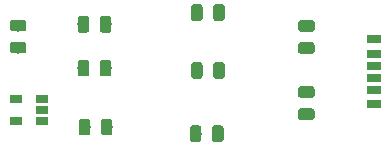
<source format=gbr>
G04 #@! TF.GenerationSoftware,KiCad,Pcbnew,(5.1.2-1)-1*
G04 #@! TF.CreationDate,2021-02-06T10:00:37+01:00*
G04 #@! TF.ProjectId,lir2450-charger,6c697232-3435-4302-9d63-686172676572,1.0.0*
G04 #@! TF.SameCoordinates,Original*
G04 #@! TF.FileFunction,Paste,Top*
G04 #@! TF.FilePolarity,Positive*
%FSLAX46Y46*%
G04 Gerber Fmt 4.6, Leading zero omitted, Abs format (unit mm)*
G04 Created by KiCad (PCBNEW (5.1.2-1)-1) date 2021-02-06 10:00:37*
%MOMM*%
%LPD*%
G04 APERTURE LIST*
%ADD10C,0.100000*%
%ADD11C,0.975000*%
%ADD12R,1.200000X0.800000*%
%ADD13R,1.060000X0.650000*%
G04 APERTURE END LIST*
D10*
G36*
X64767642Y-44001174D02*
G01*
X64791303Y-44004684D01*
X64814507Y-44010496D01*
X64837029Y-44018554D01*
X64858653Y-44028782D01*
X64879170Y-44041079D01*
X64898383Y-44055329D01*
X64916107Y-44071393D01*
X64932171Y-44089117D01*
X64946421Y-44108330D01*
X64958718Y-44128847D01*
X64968946Y-44150471D01*
X64977004Y-44172993D01*
X64982816Y-44196197D01*
X64986326Y-44219858D01*
X64987500Y-44243750D01*
X64987500Y-45156250D01*
X64986326Y-45180142D01*
X64982816Y-45203803D01*
X64977004Y-45227007D01*
X64968946Y-45249529D01*
X64958718Y-45271153D01*
X64946421Y-45291670D01*
X64932171Y-45310883D01*
X64916107Y-45328607D01*
X64898383Y-45344671D01*
X64879170Y-45358921D01*
X64858653Y-45371218D01*
X64837029Y-45381446D01*
X64814507Y-45389504D01*
X64791303Y-45395316D01*
X64767642Y-45398826D01*
X64743750Y-45400000D01*
X64256250Y-45400000D01*
X64232358Y-45398826D01*
X64208697Y-45395316D01*
X64185493Y-45389504D01*
X64162971Y-45381446D01*
X64141347Y-45371218D01*
X64120830Y-45358921D01*
X64101617Y-45344671D01*
X64083893Y-45328607D01*
X64067829Y-45310883D01*
X64053579Y-45291670D01*
X64041282Y-45271153D01*
X64031054Y-45249529D01*
X64022996Y-45227007D01*
X64017184Y-45203803D01*
X64013674Y-45180142D01*
X64012500Y-45156250D01*
X64012500Y-44243750D01*
X64013674Y-44219858D01*
X64017184Y-44196197D01*
X64022996Y-44172993D01*
X64031054Y-44150471D01*
X64041282Y-44128847D01*
X64053579Y-44108330D01*
X64067829Y-44089117D01*
X64083893Y-44071393D01*
X64101617Y-44055329D01*
X64120830Y-44041079D01*
X64141347Y-44028782D01*
X64162971Y-44018554D01*
X64185493Y-44010496D01*
X64208697Y-44004684D01*
X64232358Y-44001174D01*
X64256250Y-44000000D01*
X64743750Y-44000000D01*
X64767642Y-44001174D01*
X64767642Y-44001174D01*
G37*
D11*
X64500000Y-44700000D03*
D10*
G36*
X62892642Y-44001174D02*
G01*
X62916303Y-44004684D01*
X62939507Y-44010496D01*
X62962029Y-44018554D01*
X62983653Y-44028782D01*
X63004170Y-44041079D01*
X63023383Y-44055329D01*
X63041107Y-44071393D01*
X63057171Y-44089117D01*
X63071421Y-44108330D01*
X63083718Y-44128847D01*
X63093946Y-44150471D01*
X63102004Y-44172993D01*
X63107816Y-44196197D01*
X63111326Y-44219858D01*
X63112500Y-44243750D01*
X63112500Y-45156250D01*
X63111326Y-45180142D01*
X63107816Y-45203803D01*
X63102004Y-45227007D01*
X63093946Y-45249529D01*
X63083718Y-45271153D01*
X63071421Y-45291670D01*
X63057171Y-45310883D01*
X63041107Y-45328607D01*
X63023383Y-45344671D01*
X63004170Y-45358921D01*
X62983653Y-45371218D01*
X62962029Y-45381446D01*
X62939507Y-45389504D01*
X62916303Y-45395316D01*
X62892642Y-45398826D01*
X62868750Y-45400000D01*
X62381250Y-45400000D01*
X62357358Y-45398826D01*
X62333697Y-45395316D01*
X62310493Y-45389504D01*
X62287971Y-45381446D01*
X62266347Y-45371218D01*
X62245830Y-45358921D01*
X62226617Y-45344671D01*
X62208893Y-45328607D01*
X62192829Y-45310883D01*
X62178579Y-45291670D01*
X62166282Y-45271153D01*
X62156054Y-45249529D01*
X62147996Y-45227007D01*
X62142184Y-45203803D01*
X62138674Y-45180142D01*
X62137500Y-45156250D01*
X62137500Y-44243750D01*
X62138674Y-44219858D01*
X62142184Y-44196197D01*
X62147996Y-44172993D01*
X62156054Y-44150471D01*
X62166282Y-44128847D01*
X62178579Y-44108330D01*
X62192829Y-44089117D01*
X62208893Y-44071393D01*
X62226617Y-44055329D01*
X62245830Y-44041079D01*
X62266347Y-44028782D01*
X62287971Y-44018554D01*
X62310493Y-44010496D01*
X62333697Y-44004684D01*
X62357358Y-44001174D01*
X62381250Y-44000000D01*
X62868750Y-44000000D01*
X62892642Y-44001174D01*
X62892642Y-44001174D01*
G37*
D11*
X62625000Y-44700000D03*
D10*
G36*
X72492642Y-44201174D02*
G01*
X72516303Y-44204684D01*
X72539507Y-44210496D01*
X72562029Y-44218554D01*
X72583653Y-44228782D01*
X72604170Y-44241079D01*
X72623383Y-44255329D01*
X72641107Y-44271393D01*
X72657171Y-44289117D01*
X72671421Y-44308330D01*
X72683718Y-44328847D01*
X72693946Y-44350471D01*
X72702004Y-44372993D01*
X72707816Y-44396197D01*
X72711326Y-44419858D01*
X72712500Y-44443750D01*
X72712500Y-45356250D01*
X72711326Y-45380142D01*
X72707816Y-45403803D01*
X72702004Y-45427007D01*
X72693946Y-45449529D01*
X72683718Y-45471153D01*
X72671421Y-45491670D01*
X72657171Y-45510883D01*
X72641107Y-45528607D01*
X72623383Y-45544671D01*
X72604170Y-45558921D01*
X72583653Y-45571218D01*
X72562029Y-45581446D01*
X72539507Y-45589504D01*
X72516303Y-45595316D01*
X72492642Y-45598826D01*
X72468750Y-45600000D01*
X71981250Y-45600000D01*
X71957358Y-45598826D01*
X71933697Y-45595316D01*
X71910493Y-45589504D01*
X71887971Y-45581446D01*
X71866347Y-45571218D01*
X71845830Y-45558921D01*
X71826617Y-45544671D01*
X71808893Y-45528607D01*
X71792829Y-45510883D01*
X71778579Y-45491670D01*
X71766282Y-45471153D01*
X71756054Y-45449529D01*
X71747996Y-45427007D01*
X71742184Y-45403803D01*
X71738674Y-45380142D01*
X71737500Y-45356250D01*
X71737500Y-44443750D01*
X71738674Y-44419858D01*
X71742184Y-44396197D01*
X71747996Y-44372993D01*
X71756054Y-44350471D01*
X71766282Y-44328847D01*
X71778579Y-44308330D01*
X71792829Y-44289117D01*
X71808893Y-44271393D01*
X71826617Y-44255329D01*
X71845830Y-44241079D01*
X71866347Y-44228782D01*
X71887971Y-44218554D01*
X71910493Y-44210496D01*
X71933697Y-44204684D01*
X71957358Y-44201174D01*
X71981250Y-44200000D01*
X72468750Y-44200000D01*
X72492642Y-44201174D01*
X72492642Y-44201174D01*
G37*
D11*
X72225000Y-44900000D03*
D10*
G36*
X74367642Y-44201174D02*
G01*
X74391303Y-44204684D01*
X74414507Y-44210496D01*
X74437029Y-44218554D01*
X74458653Y-44228782D01*
X74479170Y-44241079D01*
X74498383Y-44255329D01*
X74516107Y-44271393D01*
X74532171Y-44289117D01*
X74546421Y-44308330D01*
X74558718Y-44328847D01*
X74568946Y-44350471D01*
X74577004Y-44372993D01*
X74582816Y-44396197D01*
X74586326Y-44419858D01*
X74587500Y-44443750D01*
X74587500Y-45356250D01*
X74586326Y-45380142D01*
X74582816Y-45403803D01*
X74577004Y-45427007D01*
X74568946Y-45449529D01*
X74558718Y-45471153D01*
X74546421Y-45491670D01*
X74532171Y-45510883D01*
X74516107Y-45528607D01*
X74498383Y-45544671D01*
X74479170Y-45558921D01*
X74458653Y-45571218D01*
X74437029Y-45581446D01*
X74414507Y-45589504D01*
X74391303Y-45595316D01*
X74367642Y-45598826D01*
X74343750Y-45600000D01*
X73856250Y-45600000D01*
X73832358Y-45598826D01*
X73808697Y-45595316D01*
X73785493Y-45589504D01*
X73762971Y-45581446D01*
X73741347Y-45571218D01*
X73720830Y-45558921D01*
X73701617Y-45544671D01*
X73683893Y-45528607D01*
X73667829Y-45510883D01*
X73653579Y-45491670D01*
X73641282Y-45471153D01*
X73631054Y-45449529D01*
X73622996Y-45427007D01*
X73617184Y-45403803D01*
X73613674Y-45380142D01*
X73612500Y-45356250D01*
X73612500Y-44443750D01*
X73613674Y-44419858D01*
X73617184Y-44396197D01*
X73622996Y-44372993D01*
X73631054Y-44350471D01*
X73641282Y-44328847D01*
X73653579Y-44308330D01*
X73667829Y-44289117D01*
X73683893Y-44271393D01*
X73701617Y-44255329D01*
X73720830Y-44241079D01*
X73741347Y-44228782D01*
X73762971Y-44218554D01*
X73785493Y-44210496D01*
X73808697Y-44204684D01*
X73832358Y-44201174D01*
X73856250Y-44200000D01*
X74343750Y-44200000D01*
X74367642Y-44201174D01*
X74367642Y-44201174D01*
G37*
D11*
X74100000Y-44900000D03*
D12*
X87200000Y-42250000D03*
X87200000Y-43480000D03*
X87200000Y-44500000D03*
X87200000Y-45500000D03*
X87200000Y-46520000D03*
X87200000Y-47750000D03*
D13*
X56900000Y-49200000D03*
X56900000Y-47300000D03*
X59100000Y-47300000D03*
X59100000Y-48250000D03*
X59100000Y-49200000D03*
D10*
G36*
X81980142Y-48113674D02*
G01*
X82003803Y-48117184D01*
X82027007Y-48122996D01*
X82049529Y-48131054D01*
X82071153Y-48141282D01*
X82091670Y-48153579D01*
X82110883Y-48167829D01*
X82128607Y-48183893D01*
X82144671Y-48201617D01*
X82158921Y-48220830D01*
X82171218Y-48241347D01*
X82181446Y-48262971D01*
X82189504Y-48285493D01*
X82195316Y-48308697D01*
X82198826Y-48332358D01*
X82200000Y-48356250D01*
X82200000Y-48843750D01*
X82198826Y-48867642D01*
X82195316Y-48891303D01*
X82189504Y-48914507D01*
X82181446Y-48937029D01*
X82171218Y-48958653D01*
X82158921Y-48979170D01*
X82144671Y-48998383D01*
X82128607Y-49016107D01*
X82110883Y-49032171D01*
X82091670Y-49046421D01*
X82071153Y-49058718D01*
X82049529Y-49068946D01*
X82027007Y-49077004D01*
X82003803Y-49082816D01*
X81980142Y-49086326D01*
X81956250Y-49087500D01*
X81043750Y-49087500D01*
X81019858Y-49086326D01*
X80996197Y-49082816D01*
X80972993Y-49077004D01*
X80950471Y-49068946D01*
X80928847Y-49058718D01*
X80908330Y-49046421D01*
X80889117Y-49032171D01*
X80871393Y-49016107D01*
X80855329Y-48998383D01*
X80841079Y-48979170D01*
X80828782Y-48958653D01*
X80818554Y-48937029D01*
X80810496Y-48914507D01*
X80804684Y-48891303D01*
X80801174Y-48867642D01*
X80800000Y-48843750D01*
X80800000Y-48356250D01*
X80801174Y-48332358D01*
X80804684Y-48308697D01*
X80810496Y-48285493D01*
X80818554Y-48262971D01*
X80828782Y-48241347D01*
X80841079Y-48220830D01*
X80855329Y-48201617D01*
X80871393Y-48183893D01*
X80889117Y-48167829D01*
X80908330Y-48153579D01*
X80928847Y-48141282D01*
X80950471Y-48131054D01*
X80972993Y-48122996D01*
X80996197Y-48117184D01*
X81019858Y-48113674D01*
X81043750Y-48112500D01*
X81956250Y-48112500D01*
X81980142Y-48113674D01*
X81980142Y-48113674D01*
G37*
D11*
X81500000Y-48600000D03*
D10*
G36*
X81980142Y-46238674D02*
G01*
X82003803Y-46242184D01*
X82027007Y-46247996D01*
X82049529Y-46256054D01*
X82071153Y-46266282D01*
X82091670Y-46278579D01*
X82110883Y-46292829D01*
X82128607Y-46308893D01*
X82144671Y-46326617D01*
X82158921Y-46345830D01*
X82171218Y-46366347D01*
X82181446Y-46387971D01*
X82189504Y-46410493D01*
X82195316Y-46433697D01*
X82198826Y-46457358D01*
X82200000Y-46481250D01*
X82200000Y-46968750D01*
X82198826Y-46992642D01*
X82195316Y-47016303D01*
X82189504Y-47039507D01*
X82181446Y-47062029D01*
X82171218Y-47083653D01*
X82158921Y-47104170D01*
X82144671Y-47123383D01*
X82128607Y-47141107D01*
X82110883Y-47157171D01*
X82091670Y-47171421D01*
X82071153Y-47183718D01*
X82049529Y-47193946D01*
X82027007Y-47202004D01*
X82003803Y-47207816D01*
X81980142Y-47211326D01*
X81956250Y-47212500D01*
X81043750Y-47212500D01*
X81019858Y-47211326D01*
X80996197Y-47207816D01*
X80972993Y-47202004D01*
X80950471Y-47193946D01*
X80928847Y-47183718D01*
X80908330Y-47171421D01*
X80889117Y-47157171D01*
X80871393Y-47141107D01*
X80855329Y-47123383D01*
X80841079Y-47104170D01*
X80828782Y-47083653D01*
X80818554Y-47062029D01*
X80810496Y-47039507D01*
X80804684Y-47016303D01*
X80801174Y-46992642D01*
X80800000Y-46968750D01*
X80800000Y-46481250D01*
X80801174Y-46457358D01*
X80804684Y-46433697D01*
X80810496Y-46410493D01*
X80818554Y-46387971D01*
X80828782Y-46366347D01*
X80841079Y-46345830D01*
X80855329Y-46326617D01*
X80871393Y-46308893D01*
X80889117Y-46292829D01*
X80908330Y-46278579D01*
X80928847Y-46266282D01*
X80950471Y-46256054D01*
X80972993Y-46247996D01*
X80996197Y-46242184D01*
X81019858Y-46238674D01*
X81043750Y-46237500D01*
X81956250Y-46237500D01*
X81980142Y-46238674D01*
X81980142Y-46238674D01*
G37*
D11*
X81500000Y-46725000D03*
D10*
G36*
X81980142Y-40638674D02*
G01*
X82003803Y-40642184D01*
X82027007Y-40647996D01*
X82049529Y-40656054D01*
X82071153Y-40666282D01*
X82091670Y-40678579D01*
X82110883Y-40692829D01*
X82128607Y-40708893D01*
X82144671Y-40726617D01*
X82158921Y-40745830D01*
X82171218Y-40766347D01*
X82181446Y-40787971D01*
X82189504Y-40810493D01*
X82195316Y-40833697D01*
X82198826Y-40857358D01*
X82200000Y-40881250D01*
X82200000Y-41368750D01*
X82198826Y-41392642D01*
X82195316Y-41416303D01*
X82189504Y-41439507D01*
X82181446Y-41462029D01*
X82171218Y-41483653D01*
X82158921Y-41504170D01*
X82144671Y-41523383D01*
X82128607Y-41541107D01*
X82110883Y-41557171D01*
X82091670Y-41571421D01*
X82071153Y-41583718D01*
X82049529Y-41593946D01*
X82027007Y-41602004D01*
X82003803Y-41607816D01*
X81980142Y-41611326D01*
X81956250Y-41612500D01*
X81043750Y-41612500D01*
X81019858Y-41611326D01*
X80996197Y-41607816D01*
X80972993Y-41602004D01*
X80950471Y-41593946D01*
X80928847Y-41583718D01*
X80908330Y-41571421D01*
X80889117Y-41557171D01*
X80871393Y-41541107D01*
X80855329Y-41523383D01*
X80841079Y-41504170D01*
X80828782Y-41483653D01*
X80818554Y-41462029D01*
X80810496Y-41439507D01*
X80804684Y-41416303D01*
X80801174Y-41392642D01*
X80800000Y-41368750D01*
X80800000Y-40881250D01*
X80801174Y-40857358D01*
X80804684Y-40833697D01*
X80810496Y-40810493D01*
X80818554Y-40787971D01*
X80828782Y-40766347D01*
X80841079Y-40745830D01*
X80855329Y-40726617D01*
X80871393Y-40708893D01*
X80889117Y-40692829D01*
X80908330Y-40678579D01*
X80928847Y-40666282D01*
X80950471Y-40656054D01*
X80972993Y-40647996D01*
X80996197Y-40642184D01*
X81019858Y-40638674D01*
X81043750Y-40637500D01*
X81956250Y-40637500D01*
X81980142Y-40638674D01*
X81980142Y-40638674D01*
G37*
D11*
X81500000Y-41125000D03*
D10*
G36*
X81980142Y-42513674D02*
G01*
X82003803Y-42517184D01*
X82027007Y-42522996D01*
X82049529Y-42531054D01*
X82071153Y-42541282D01*
X82091670Y-42553579D01*
X82110883Y-42567829D01*
X82128607Y-42583893D01*
X82144671Y-42601617D01*
X82158921Y-42620830D01*
X82171218Y-42641347D01*
X82181446Y-42662971D01*
X82189504Y-42685493D01*
X82195316Y-42708697D01*
X82198826Y-42732358D01*
X82200000Y-42756250D01*
X82200000Y-43243750D01*
X82198826Y-43267642D01*
X82195316Y-43291303D01*
X82189504Y-43314507D01*
X82181446Y-43337029D01*
X82171218Y-43358653D01*
X82158921Y-43379170D01*
X82144671Y-43398383D01*
X82128607Y-43416107D01*
X82110883Y-43432171D01*
X82091670Y-43446421D01*
X82071153Y-43458718D01*
X82049529Y-43468946D01*
X82027007Y-43477004D01*
X82003803Y-43482816D01*
X81980142Y-43486326D01*
X81956250Y-43487500D01*
X81043750Y-43487500D01*
X81019858Y-43486326D01*
X80996197Y-43482816D01*
X80972993Y-43477004D01*
X80950471Y-43468946D01*
X80928847Y-43458718D01*
X80908330Y-43446421D01*
X80889117Y-43432171D01*
X80871393Y-43416107D01*
X80855329Y-43398383D01*
X80841079Y-43379170D01*
X80828782Y-43358653D01*
X80818554Y-43337029D01*
X80810496Y-43314507D01*
X80804684Y-43291303D01*
X80801174Y-43267642D01*
X80800000Y-43243750D01*
X80800000Y-42756250D01*
X80801174Y-42732358D01*
X80804684Y-42708697D01*
X80810496Y-42685493D01*
X80818554Y-42662971D01*
X80828782Y-42641347D01*
X80841079Y-42620830D01*
X80855329Y-42601617D01*
X80871393Y-42583893D01*
X80889117Y-42567829D01*
X80908330Y-42553579D01*
X80928847Y-42541282D01*
X80950471Y-42531054D01*
X80972993Y-42522996D01*
X80996197Y-42517184D01*
X81019858Y-42513674D01*
X81043750Y-42512500D01*
X81956250Y-42512500D01*
X81980142Y-42513674D01*
X81980142Y-42513674D01*
G37*
D11*
X81500000Y-43000000D03*
D10*
G36*
X62892642Y-40301174D02*
G01*
X62916303Y-40304684D01*
X62939507Y-40310496D01*
X62962029Y-40318554D01*
X62983653Y-40328782D01*
X63004170Y-40341079D01*
X63023383Y-40355329D01*
X63041107Y-40371393D01*
X63057171Y-40389117D01*
X63071421Y-40408330D01*
X63083718Y-40428847D01*
X63093946Y-40450471D01*
X63102004Y-40472993D01*
X63107816Y-40496197D01*
X63111326Y-40519858D01*
X63112500Y-40543750D01*
X63112500Y-41456250D01*
X63111326Y-41480142D01*
X63107816Y-41503803D01*
X63102004Y-41527007D01*
X63093946Y-41549529D01*
X63083718Y-41571153D01*
X63071421Y-41591670D01*
X63057171Y-41610883D01*
X63041107Y-41628607D01*
X63023383Y-41644671D01*
X63004170Y-41658921D01*
X62983653Y-41671218D01*
X62962029Y-41681446D01*
X62939507Y-41689504D01*
X62916303Y-41695316D01*
X62892642Y-41698826D01*
X62868750Y-41700000D01*
X62381250Y-41700000D01*
X62357358Y-41698826D01*
X62333697Y-41695316D01*
X62310493Y-41689504D01*
X62287971Y-41681446D01*
X62266347Y-41671218D01*
X62245830Y-41658921D01*
X62226617Y-41644671D01*
X62208893Y-41628607D01*
X62192829Y-41610883D01*
X62178579Y-41591670D01*
X62166282Y-41571153D01*
X62156054Y-41549529D01*
X62147996Y-41527007D01*
X62142184Y-41503803D01*
X62138674Y-41480142D01*
X62137500Y-41456250D01*
X62137500Y-40543750D01*
X62138674Y-40519858D01*
X62142184Y-40496197D01*
X62147996Y-40472993D01*
X62156054Y-40450471D01*
X62166282Y-40428847D01*
X62178579Y-40408330D01*
X62192829Y-40389117D01*
X62208893Y-40371393D01*
X62226617Y-40355329D01*
X62245830Y-40341079D01*
X62266347Y-40328782D01*
X62287971Y-40318554D01*
X62310493Y-40310496D01*
X62333697Y-40304684D01*
X62357358Y-40301174D01*
X62381250Y-40300000D01*
X62868750Y-40300000D01*
X62892642Y-40301174D01*
X62892642Y-40301174D01*
G37*
D11*
X62625000Y-41000000D03*
D10*
G36*
X64767642Y-40301174D02*
G01*
X64791303Y-40304684D01*
X64814507Y-40310496D01*
X64837029Y-40318554D01*
X64858653Y-40328782D01*
X64879170Y-40341079D01*
X64898383Y-40355329D01*
X64916107Y-40371393D01*
X64932171Y-40389117D01*
X64946421Y-40408330D01*
X64958718Y-40428847D01*
X64968946Y-40450471D01*
X64977004Y-40472993D01*
X64982816Y-40496197D01*
X64986326Y-40519858D01*
X64987500Y-40543750D01*
X64987500Y-41456250D01*
X64986326Y-41480142D01*
X64982816Y-41503803D01*
X64977004Y-41527007D01*
X64968946Y-41549529D01*
X64958718Y-41571153D01*
X64946421Y-41591670D01*
X64932171Y-41610883D01*
X64916107Y-41628607D01*
X64898383Y-41644671D01*
X64879170Y-41658921D01*
X64858653Y-41671218D01*
X64837029Y-41681446D01*
X64814507Y-41689504D01*
X64791303Y-41695316D01*
X64767642Y-41698826D01*
X64743750Y-41700000D01*
X64256250Y-41700000D01*
X64232358Y-41698826D01*
X64208697Y-41695316D01*
X64185493Y-41689504D01*
X64162971Y-41681446D01*
X64141347Y-41671218D01*
X64120830Y-41658921D01*
X64101617Y-41644671D01*
X64083893Y-41628607D01*
X64067829Y-41610883D01*
X64053579Y-41591670D01*
X64041282Y-41571153D01*
X64031054Y-41549529D01*
X64022996Y-41527007D01*
X64017184Y-41503803D01*
X64013674Y-41480142D01*
X64012500Y-41456250D01*
X64012500Y-40543750D01*
X64013674Y-40519858D01*
X64017184Y-40496197D01*
X64022996Y-40472993D01*
X64031054Y-40450471D01*
X64041282Y-40428847D01*
X64053579Y-40408330D01*
X64067829Y-40389117D01*
X64083893Y-40371393D01*
X64101617Y-40355329D01*
X64120830Y-40341079D01*
X64141347Y-40328782D01*
X64162971Y-40318554D01*
X64185493Y-40310496D01*
X64208697Y-40304684D01*
X64232358Y-40301174D01*
X64256250Y-40300000D01*
X64743750Y-40300000D01*
X64767642Y-40301174D01*
X64767642Y-40301174D01*
G37*
D11*
X64500000Y-41000000D03*
D10*
G36*
X57580142Y-40613674D02*
G01*
X57603803Y-40617184D01*
X57627007Y-40622996D01*
X57649529Y-40631054D01*
X57671153Y-40641282D01*
X57691670Y-40653579D01*
X57710883Y-40667829D01*
X57728607Y-40683893D01*
X57744671Y-40701617D01*
X57758921Y-40720830D01*
X57771218Y-40741347D01*
X57781446Y-40762971D01*
X57789504Y-40785493D01*
X57795316Y-40808697D01*
X57798826Y-40832358D01*
X57800000Y-40856250D01*
X57800000Y-41343750D01*
X57798826Y-41367642D01*
X57795316Y-41391303D01*
X57789504Y-41414507D01*
X57781446Y-41437029D01*
X57771218Y-41458653D01*
X57758921Y-41479170D01*
X57744671Y-41498383D01*
X57728607Y-41516107D01*
X57710883Y-41532171D01*
X57691670Y-41546421D01*
X57671153Y-41558718D01*
X57649529Y-41568946D01*
X57627007Y-41577004D01*
X57603803Y-41582816D01*
X57580142Y-41586326D01*
X57556250Y-41587500D01*
X56643750Y-41587500D01*
X56619858Y-41586326D01*
X56596197Y-41582816D01*
X56572993Y-41577004D01*
X56550471Y-41568946D01*
X56528847Y-41558718D01*
X56508330Y-41546421D01*
X56489117Y-41532171D01*
X56471393Y-41516107D01*
X56455329Y-41498383D01*
X56441079Y-41479170D01*
X56428782Y-41458653D01*
X56418554Y-41437029D01*
X56410496Y-41414507D01*
X56404684Y-41391303D01*
X56401174Y-41367642D01*
X56400000Y-41343750D01*
X56400000Y-40856250D01*
X56401174Y-40832358D01*
X56404684Y-40808697D01*
X56410496Y-40785493D01*
X56418554Y-40762971D01*
X56428782Y-40741347D01*
X56441079Y-40720830D01*
X56455329Y-40701617D01*
X56471393Y-40683893D01*
X56489117Y-40667829D01*
X56508330Y-40653579D01*
X56528847Y-40641282D01*
X56550471Y-40631054D01*
X56572993Y-40622996D01*
X56596197Y-40617184D01*
X56619858Y-40613674D01*
X56643750Y-40612500D01*
X57556250Y-40612500D01*
X57580142Y-40613674D01*
X57580142Y-40613674D01*
G37*
D11*
X57100000Y-41100000D03*
D10*
G36*
X57580142Y-42488674D02*
G01*
X57603803Y-42492184D01*
X57627007Y-42497996D01*
X57649529Y-42506054D01*
X57671153Y-42516282D01*
X57691670Y-42528579D01*
X57710883Y-42542829D01*
X57728607Y-42558893D01*
X57744671Y-42576617D01*
X57758921Y-42595830D01*
X57771218Y-42616347D01*
X57781446Y-42637971D01*
X57789504Y-42660493D01*
X57795316Y-42683697D01*
X57798826Y-42707358D01*
X57800000Y-42731250D01*
X57800000Y-43218750D01*
X57798826Y-43242642D01*
X57795316Y-43266303D01*
X57789504Y-43289507D01*
X57781446Y-43312029D01*
X57771218Y-43333653D01*
X57758921Y-43354170D01*
X57744671Y-43373383D01*
X57728607Y-43391107D01*
X57710883Y-43407171D01*
X57691670Y-43421421D01*
X57671153Y-43433718D01*
X57649529Y-43443946D01*
X57627007Y-43452004D01*
X57603803Y-43457816D01*
X57580142Y-43461326D01*
X57556250Y-43462500D01*
X56643750Y-43462500D01*
X56619858Y-43461326D01*
X56596197Y-43457816D01*
X56572993Y-43452004D01*
X56550471Y-43443946D01*
X56528847Y-43433718D01*
X56508330Y-43421421D01*
X56489117Y-43407171D01*
X56471393Y-43391107D01*
X56455329Y-43373383D01*
X56441079Y-43354170D01*
X56428782Y-43333653D01*
X56418554Y-43312029D01*
X56410496Y-43289507D01*
X56404684Y-43266303D01*
X56401174Y-43242642D01*
X56400000Y-43218750D01*
X56400000Y-42731250D01*
X56401174Y-42707358D01*
X56404684Y-42683697D01*
X56410496Y-42660493D01*
X56418554Y-42637971D01*
X56428782Y-42616347D01*
X56441079Y-42595830D01*
X56455329Y-42576617D01*
X56471393Y-42558893D01*
X56489117Y-42542829D01*
X56508330Y-42528579D01*
X56528847Y-42516282D01*
X56550471Y-42506054D01*
X56572993Y-42497996D01*
X56596197Y-42492184D01*
X56619858Y-42488674D01*
X56643750Y-42487500D01*
X57556250Y-42487500D01*
X57580142Y-42488674D01*
X57580142Y-42488674D01*
G37*
D11*
X57100000Y-42975000D03*
D10*
G36*
X74367642Y-39301174D02*
G01*
X74391303Y-39304684D01*
X74414507Y-39310496D01*
X74437029Y-39318554D01*
X74458653Y-39328782D01*
X74479170Y-39341079D01*
X74498383Y-39355329D01*
X74516107Y-39371393D01*
X74532171Y-39389117D01*
X74546421Y-39408330D01*
X74558718Y-39428847D01*
X74568946Y-39450471D01*
X74577004Y-39472993D01*
X74582816Y-39496197D01*
X74586326Y-39519858D01*
X74587500Y-39543750D01*
X74587500Y-40456250D01*
X74586326Y-40480142D01*
X74582816Y-40503803D01*
X74577004Y-40527007D01*
X74568946Y-40549529D01*
X74558718Y-40571153D01*
X74546421Y-40591670D01*
X74532171Y-40610883D01*
X74516107Y-40628607D01*
X74498383Y-40644671D01*
X74479170Y-40658921D01*
X74458653Y-40671218D01*
X74437029Y-40681446D01*
X74414507Y-40689504D01*
X74391303Y-40695316D01*
X74367642Y-40698826D01*
X74343750Y-40700000D01*
X73856250Y-40700000D01*
X73832358Y-40698826D01*
X73808697Y-40695316D01*
X73785493Y-40689504D01*
X73762971Y-40681446D01*
X73741347Y-40671218D01*
X73720830Y-40658921D01*
X73701617Y-40644671D01*
X73683893Y-40628607D01*
X73667829Y-40610883D01*
X73653579Y-40591670D01*
X73641282Y-40571153D01*
X73631054Y-40549529D01*
X73622996Y-40527007D01*
X73617184Y-40503803D01*
X73613674Y-40480142D01*
X73612500Y-40456250D01*
X73612500Y-39543750D01*
X73613674Y-39519858D01*
X73617184Y-39496197D01*
X73622996Y-39472993D01*
X73631054Y-39450471D01*
X73641282Y-39428847D01*
X73653579Y-39408330D01*
X73667829Y-39389117D01*
X73683893Y-39371393D01*
X73701617Y-39355329D01*
X73720830Y-39341079D01*
X73741347Y-39328782D01*
X73762971Y-39318554D01*
X73785493Y-39310496D01*
X73808697Y-39304684D01*
X73832358Y-39301174D01*
X73856250Y-39300000D01*
X74343750Y-39300000D01*
X74367642Y-39301174D01*
X74367642Y-39301174D01*
G37*
D11*
X74100000Y-40000000D03*
D10*
G36*
X72492642Y-39301174D02*
G01*
X72516303Y-39304684D01*
X72539507Y-39310496D01*
X72562029Y-39318554D01*
X72583653Y-39328782D01*
X72604170Y-39341079D01*
X72623383Y-39355329D01*
X72641107Y-39371393D01*
X72657171Y-39389117D01*
X72671421Y-39408330D01*
X72683718Y-39428847D01*
X72693946Y-39450471D01*
X72702004Y-39472993D01*
X72707816Y-39496197D01*
X72711326Y-39519858D01*
X72712500Y-39543750D01*
X72712500Y-40456250D01*
X72711326Y-40480142D01*
X72707816Y-40503803D01*
X72702004Y-40527007D01*
X72693946Y-40549529D01*
X72683718Y-40571153D01*
X72671421Y-40591670D01*
X72657171Y-40610883D01*
X72641107Y-40628607D01*
X72623383Y-40644671D01*
X72604170Y-40658921D01*
X72583653Y-40671218D01*
X72562029Y-40681446D01*
X72539507Y-40689504D01*
X72516303Y-40695316D01*
X72492642Y-40698826D01*
X72468750Y-40700000D01*
X71981250Y-40700000D01*
X71957358Y-40698826D01*
X71933697Y-40695316D01*
X71910493Y-40689504D01*
X71887971Y-40681446D01*
X71866347Y-40671218D01*
X71845830Y-40658921D01*
X71826617Y-40644671D01*
X71808893Y-40628607D01*
X71792829Y-40610883D01*
X71778579Y-40591670D01*
X71766282Y-40571153D01*
X71756054Y-40549529D01*
X71747996Y-40527007D01*
X71742184Y-40503803D01*
X71738674Y-40480142D01*
X71737500Y-40456250D01*
X71737500Y-39543750D01*
X71738674Y-39519858D01*
X71742184Y-39496197D01*
X71747996Y-39472993D01*
X71756054Y-39450471D01*
X71766282Y-39428847D01*
X71778579Y-39408330D01*
X71792829Y-39389117D01*
X71808893Y-39371393D01*
X71826617Y-39355329D01*
X71845830Y-39341079D01*
X71866347Y-39328782D01*
X71887971Y-39318554D01*
X71910493Y-39310496D01*
X71933697Y-39304684D01*
X71957358Y-39301174D01*
X71981250Y-39300000D01*
X72468750Y-39300000D01*
X72492642Y-39301174D01*
X72492642Y-39301174D01*
G37*
D11*
X72225000Y-40000000D03*
D10*
G36*
X74267642Y-49551174D02*
G01*
X74291303Y-49554684D01*
X74314507Y-49560496D01*
X74337029Y-49568554D01*
X74358653Y-49578782D01*
X74379170Y-49591079D01*
X74398383Y-49605329D01*
X74416107Y-49621393D01*
X74432171Y-49639117D01*
X74446421Y-49658330D01*
X74458718Y-49678847D01*
X74468946Y-49700471D01*
X74477004Y-49722993D01*
X74482816Y-49746197D01*
X74486326Y-49769858D01*
X74487500Y-49793750D01*
X74487500Y-50706250D01*
X74486326Y-50730142D01*
X74482816Y-50753803D01*
X74477004Y-50777007D01*
X74468946Y-50799529D01*
X74458718Y-50821153D01*
X74446421Y-50841670D01*
X74432171Y-50860883D01*
X74416107Y-50878607D01*
X74398383Y-50894671D01*
X74379170Y-50908921D01*
X74358653Y-50921218D01*
X74337029Y-50931446D01*
X74314507Y-50939504D01*
X74291303Y-50945316D01*
X74267642Y-50948826D01*
X74243750Y-50950000D01*
X73756250Y-50950000D01*
X73732358Y-50948826D01*
X73708697Y-50945316D01*
X73685493Y-50939504D01*
X73662971Y-50931446D01*
X73641347Y-50921218D01*
X73620830Y-50908921D01*
X73601617Y-50894671D01*
X73583893Y-50878607D01*
X73567829Y-50860883D01*
X73553579Y-50841670D01*
X73541282Y-50821153D01*
X73531054Y-50799529D01*
X73522996Y-50777007D01*
X73517184Y-50753803D01*
X73513674Y-50730142D01*
X73512500Y-50706250D01*
X73512500Y-49793750D01*
X73513674Y-49769858D01*
X73517184Y-49746197D01*
X73522996Y-49722993D01*
X73531054Y-49700471D01*
X73541282Y-49678847D01*
X73553579Y-49658330D01*
X73567829Y-49639117D01*
X73583893Y-49621393D01*
X73601617Y-49605329D01*
X73620830Y-49591079D01*
X73641347Y-49578782D01*
X73662971Y-49568554D01*
X73685493Y-49560496D01*
X73708697Y-49554684D01*
X73732358Y-49551174D01*
X73756250Y-49550000D01*
X74243750Y-49550000D01*
X74267642Y-49551174D01*
X74267642Y-49551174D01*
G37*
D11*
X74000000Y-50250000D03*
D10*
G36*
X72392642Y-49551174D02*
G01*
X72416303Y-49554684D01*
X72439507Y-49560496D01*
X72462029Y-49568554D01*
X72483653Y-49578782D01*
X72504170Y-49591079D01*
X72523383Y-49605329D01*
X72541107Y-49621393D01*
X72557171Y-49639117D01*
X72571421Y-49658330D01*
X72583718Y-49678847D01*
X72593946Y-49700471D01*
X72602004Y-49722993D01*
X72607816Y-49746197D01*
X72611326Y-49769858D01*
X72612500Y-49793750D01*
X72612500Y-50706250D01*
X72611326Y-50730142D01*
X72607816Y-50753803D01*
X72602004Y-50777007D01*
X72593946Y-50799529D01*
X72583718Y-50821153D01*
X72571421Y-50841670D01*
X72557171Y-50860883D01*
X72541107Y-50878607D01*
X72523383Y-50894671D01*
X72504170Y-50908921D01*
X72483653Y-50921218D01*
X72462029Y-50931446D01*
X72439507Y-50939504D01*
X72416303Y-50945316D01*
X72392642Y-50948826D01*
X72368750Y-50950000D01*
X71881250Y-50950000D01*
X71857358Y-50948826D01*
X71833697Y-50945316D01*
X71810493Y-50939504D01*
X71787971Y-50931446D01*
X71766347Y-50921218D01*
X71745830Y-50908921D01*
X71726617Y-50894671D01*
X71708893Y-50878607D01*
X71692829Y-50860883D01*
X71678579Y-50841670D01*
X71666282Y-50821153D01*
X71656054Y-50799529D01*
X71647996Y-50777007D01*
X71642184Y-50753803D01*
X71638674Y-50730142D01*
X71637500Y-50706250D01*
X71637500Y-49793750D01*
X71638674Y-49769858D01*
X71642184Y-49746197D01*
X71647996Y-49722993D01*
X71656054Y-49700471D01*
X71666282Y-49678847D01*
X71678579Y-49658330D01*
X71692829Y-49639117D01*
X71708893Y-49621393D01*
X71726617Y-49605329D01*
X71745830Y-49591079D01*
X71766347Y-49578782D01*
X71787971Y-49568554D01*
X71810493Y-49560496D01*
X71833697Y-49554684D01*
X71857358Y-49551174D01*
X71881250Y-49550000D01*
X72368750Y-49550000D01*
X72392642Y-49551174D01*
X72392642Y-49551174D01*
G37*
D11*
X72125000Y-50250000D03*
D10*
G36*
X62992642Y-49001174D02*
G01*
X63016303Y-49004684D01*
X63039507Y-49010496D01*
X63062029Y-49018554D01*
X63083653Y-49028782D01*
X63104170Y-49041079D01*
X63123383Y-49055329D01*
X63141107Y-49071393D01*
X63157171Y-49089117D01*
X63171421Y-49108330D01*
X63183718Y-49128847D01*
X63193946Y-49150471D01*
X63202004Y-49172993D01*
X63207816Y-49196197D01*
X63211326Y-49219858D01*
X63212500Y-49243750D01*
X63212500Y-50156250D01*
X63211326Y-50180142D01*
X63207816Y-50203803D01*
X63202004Y-50227007D01*
X63193946Y-50249529D01*
X63183718Y-50271153D01*
X63171421Y-50291670D01*
X63157171Y-50310883D01*
X63141107Y-50328607D01*
X63123383Y-50344671D01*
X63104170Y-50358921D01*
X63083653Y-50371218D01*
X63062029Y-50381446D01*
X63039507Y-50389504D01*
X63016303Y-50395316D01*
X62992642Y-50398826D01*
X62968750Y-50400000D01*
X62481250Y-50400000D01*
X62457358Y-50398826D01*
X62433697Y-50395316D01*
X62410493Y-50389504D01*
X62387971Y-50381446D01*
X62366347Y-50371218D01*
X62345830Y-50358921D01*
X62326617Y-50344671D01*
X62308893Y-50328607D01*
X62292829Y-50310883D01*
X62278579Y-50291670D01*
X62266282Y-50271153D01*
X62256054Y-50249529D01*
X62247996Y-50227007D01*
X62242184Y-50203803D01*
X62238674Y-50180142D01*
X62237500Y-50156250D01*
X62237500Y-49243750D01*
X62238674Y-49219858D01*
X62242184Y-49196197D01*
X62247996Y-49172993D01*
X62256054Y-49150471D01*
X62266282Y-49128847D01*
X62278579Y-49108330D01*
X62292829Y-49089117D01*
X62308893Y-49071393D01*
X62326617Y-49055329D01*
X62345830Y-49041079D01*
X62366347Y-49028782D01*
X62387971Y-49018554D01*
X62410493Y-49010496D01*
X62433697Y-49004684D01*
X62457358Y-49001174D01*
X62481250Y-49000000D01*
X62968750Y-49000000D01*
X62992642Y-49001174D01*
X62992642Y-49001174D01*
G37*
D11*
X62725000Y-49700000D03*
D10*
G36*
X64867642Y-49001174D02*
G01*
X64891303Y-49004684D01*
X64914507Y-49010496D01*
X64937029Y-49018554D01*
X64958653Y-49028782D01*
X64979170Y-49041079D01*
X64998383Y-49055329D01*
X65016107Y-49071393D01*
X65032171Y-49089117D01*
X65046421Y-49108330D01*
X65058718Y-49128847D01*
X65068946Y-49150471D01*
X65077004Y-49172993D01*
X65082816Y-49196197D01*
X65086326Y-49219858D01*
X65087500Y-49243750D01*
X65087500Y-50156250D01*
X65086326Y-50180142D01*
X65082816Y-50203803D01*
X65077004Y-50227007D01*
X65068946Y-50249529D01*
X65058718Y-50271153D01*
X65046421Y-50291670D01*
X65032171Y-50310883D01*
X65016107Y-50328607D01*
X64998383Y-50344671D01*
X64979170Y-50358921D01*
X64958653Y-50371218D01*
X64937029Y-50381446D01*
X64914507Y-50389504D01*
X64891303Y-50395316D01*
X64867642Y-50398826D01*
X64843750Y-50400000D01*
X64356250Y-50400000D01*
X64332358Y-50398826D01*
X64308697Y-50395316D01*
X64285493Y-50389504D01*
X64262971Y-50381446D01*
X64241347Y-50371218D01*
X64220830Y-50358921D01*
X64201617Y-50344671D01*
X64183893Y-50328607D01*
X64167829Y-50310883D01*
X64153579Y-50291670D01*
X64141282Y-50271153D01*
X64131054Y-50249529D01*
X64122996Y-50227007D01*
X64117184Y-50203803D01*
X64113674Y-50180142D01*
X64112500Y-50156250D01*
X64112500Y-49243750D01*
X64113674Y-49219858D01*
X64117184Y-49196197D01*
X64122996Y-49172993D01*
X64131054Y-49150471D01*
X64141282Y-49128847D01*
X64153579Y-49108330D01*
X64167829Y-49089117D01*
X64183893Y-49071393D01*
X64201617Y-49055329D01*
X64220830Y-49041079D01*
X64241347Y-49028782D01*
X64262971Y-49018554D01*
X64285493Y-49010496D01*
X64308697Y-49004684D01*
X64332358Y-49001174D01*
X64356250Y-49000000D01*
X64843750Y-49000000D01*
X64867642Y-49001174D01*
X64867642Y-49001174D01*
G37*
D11*
X64600000Y-49700000D03*
M02*

</source>
